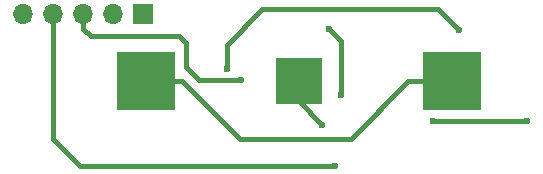
<source format=gbr>
%TF.GenerationSoftware,KiCad,Pcbnew,8.0.6*%
%TF.CreationDate,2024-11-04T13:00:15-03:00*%
%TF.ProjectId,chaveiro-fritzenlab,63686176-6569-4726-9f2d-667269747a65,rev?*%
%TF.SameCoordinates,Original*%
%TF.FileFunction,Copper,L2,Bot*%
%TF.FilePolarity,Positive*%
%FSLAX46Y46*%
G04 Gerber Fmt 4.6, Leading zero omitted, Abs format (unit mm)*
G04 Created by KiCad (PCBNEW 8.0.6) date 2024-11-04 13:00:15*
%MOMM*%
%LPD*%
G01*
G04 APERTURE LIST*
%TA.AperFunction,ComponentPad*%
%ADD10R,1.700000X1.700000*%
%TD*%
%TA.AperFunction,ComponentPad*%
%ADD11O,1.700000X1.700000*%
%TD*%
%TA.AperFunction,SMDPad,CuDef*%
%ADD12R,5.000000X5.000000*%
%TD*%
%TA.AperFunction,SMDPad,CuDef*%
%ADD13R,4.000000X4.000000*%
%TD*%
%TA.AperFunction,ViaPad*%
%ADD14C,0.600000*%
%TD*%
%TA.AperFunction,Conductor*%
%ADD15C,0.400000*%
%TD*%
G04 APERTURE END LIST*
D10*
%TO.P,J1,1,Pin_1*%
%TO.N,LED2*%
X112220000Y-73300000D03*
D11*
%TO.P,J1,2,Pin_2*%
%TO.N,LED1*%
X109680000Y-73300000D03*
%TO.P,J1,3,Pin_3*%
%TO.N,MCLR*%
X107140000Y-73300000D03*
%TO.P,J1,4,Pin_4*%
%TO.N,GND*%
X104600000Y-73300000D03*
%TO.P,J1,5,Pin_5*%
%TO.N,VCC*%
X102060000Y-73300000D03*
%TD*%
D12*
%TO.P,BT1,1,+*%
%TO.N,Net-(BT1-+)*%
X138350000Y-79000000D03*
X112450000Y-79000000D03*
D13*
%TO.P,BT1,2,-*%
%TO.N,GND*%
X125400000Y-79000000D03*
%TD*%
D14*
%TO.N,LED2*%
X129000000Y-80135000D03*
X128000000Y-74600000D03*
%TO.N,MCLR*%
X120500000Y-78900000D03*
%TO.N,GND*%
X128500000Y-86200000D03*
%TO.N,VCC*%
X119350000Y-77950000D03*
X139000000Y-74700000D03*
%TO.N,LED2*%
X136800000Y-82400000D03*
X144700000Y-82400000D03*
%TO.N,GND*%
X127400000Y-82700000D03*
X125400000Y-79000000D03*
%TO.N,Net-(BT1-+)*%
X111000000Y-78900000D03*
X113500000Y-78900000D03*
%TD*%
D15*
%TO.N,LED2*%
X129000000Y-75600000D02*
X129000000Y-80135000D01*
X128000000Y-74600000D02*
X129000000Y-75600000D01*
%TO.N,MCLR*%
X107140000Y-74540000D02*
X107140000Y-73300000D01*
X107800000Y-75200000D02*
X107140000Y-74540000D01*
X115900000Y-77800000D02*
X115900000Y-75800000D01*
X117000000Y-78900000D02*
X115900000Y-77800000D01*
X115900000Y-75800000D02*
X115300000Y-75200000D01*
X120500000Y-78900000D02*
X117000000Y-78900000D01*
X115300000Y-75200000D02*
X107800000Y-75200000D01*
%TO.N,VCC*%
X137200000Y-72900000D02*
X139000000Y-74700000D01*
X122300000Y-72900000D02*
X137200000Y-72900000D01*
X119300000Y-77900000D02*
X119300000Y-75900000D01*
X119300000Y-75900000D02*
X122300000Y-72900000D01*
X119350000Y-77950000D02*
X119300000Y-77900000D01*
%TO.N,GND*%
X104600000Y-83900000D02*
X106900000Y-86200000D01*
X106900000Y-86200000D02*
X128500000Y-86200000D01*
X104600000Y-73300000D02*
X104600000Y-83900000D01*
%TO.N,LED2*%
X144700000Y-82400000D02*
X136800000Y-82400000D01*
%TO.N,GND*%
X125400000Y-80700000D02*
X125400000Y-79000000D01*
X127400000Y-82700000D02*
X125400000Y-80700000D01*
%TO.N,Net-(BT1-+)*%
X115500000Y-79000000D02*
X112450000Y-79000000D01*
X120400000Y-83900000D02*
X115500000Y-79000000D01*
X129800000Y-83900000D02*
X120400000Y-83900000D01*
X134700000Y-79000000D02*
X129800000Y-83900000D01*
X138350000Y-79000000D02*
X134700000Y-79000000D01*
%TD*%
M02*

</source>
